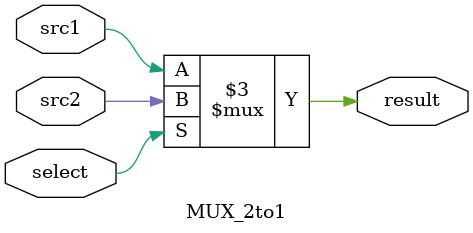
<source format=v>
`timescale 1ns/1ps

module MUX_2to1(
	input      src1,
	input      src2,
	input	   select,
	output reg result
	);

	always @(*) begin
		result <= (select == 1'b0) ? src1 : src2;
	end
	//assign result = (select == 1'b0) ? src1 : src2;

endmodule


</source>
